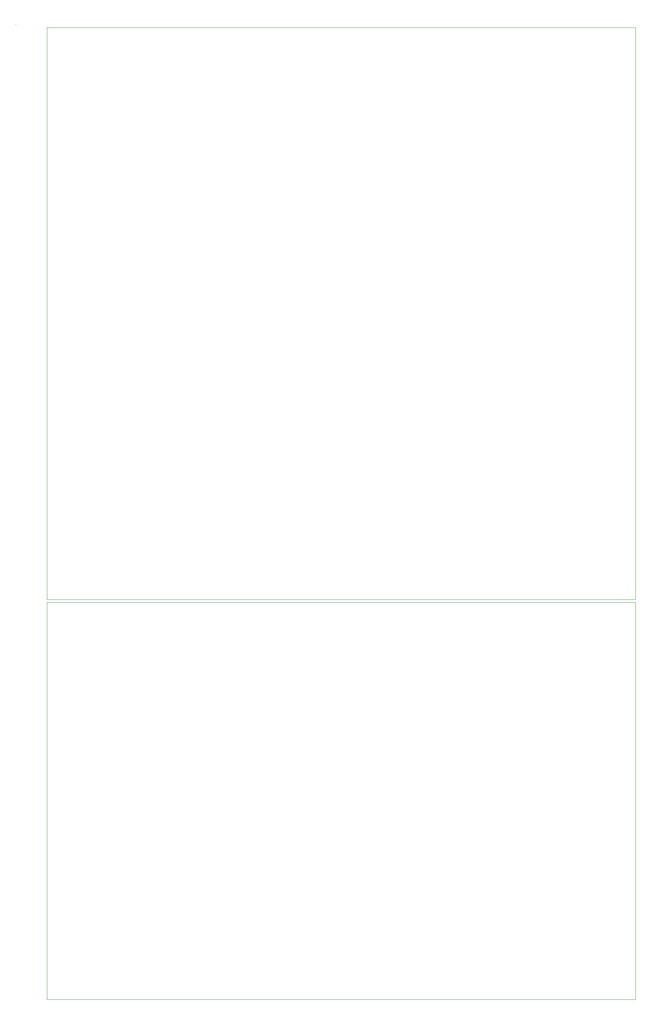
<source format=gm1>
G04 #@! TF.GenerationSoftware,KiCad,Pcbnew,no-vcs-found-7520~57~ubuntu14.04.1*
G04 #@! TF.CreationDate,2017-01-27T05:49:47+00:00*
G04 #@! TF.ProjectId,dart_panel,646172745F70616E656C2E6B69636164,rev?*
G04 #@! TF.FileFunction,Profile,NP*
%FSLAX46Y46*%
G04 Gerber Fmt 4.6, Leading zero omitted, Abs format (unit mm)*
G04 Created by KiCad (PCBNEW no-vcs-found-7520~57~ubuntu14.04.1) date Fri Jan 27 05:49:47 2017*
%MOMM*%
%LPD*%
G01*
G04 APERTURE LIST*
%ADD10C,0.100000*%
%ADD11C,0.150000*%
G04 APERTURE END LIST*
D10*
D11*
X101600000Y-203200000D02*
X101600000Y-203200000D01*
D10*
X108900000Y-431640000D02*
X108900000Y-338640000D01*
X108900000Y-338640000D02*
X246900000Y-338640000D01*
X246900000Y-338640000D02*
X246900000Y-431640000D01*
X246900000Y-431640000D02*
X108900000Y-431640000D01*
X108900000Y-337880000D02*
X108900000Y-203880000D01*
X108900000Y-203880000D02*
X246900000Y-203880000D01*
X246900000Y-203880000D02*
X246900000Y-337880000D01*
X246900000Y-337880000D02*
X108900000Y-337880000D01*
M02*

</source>
